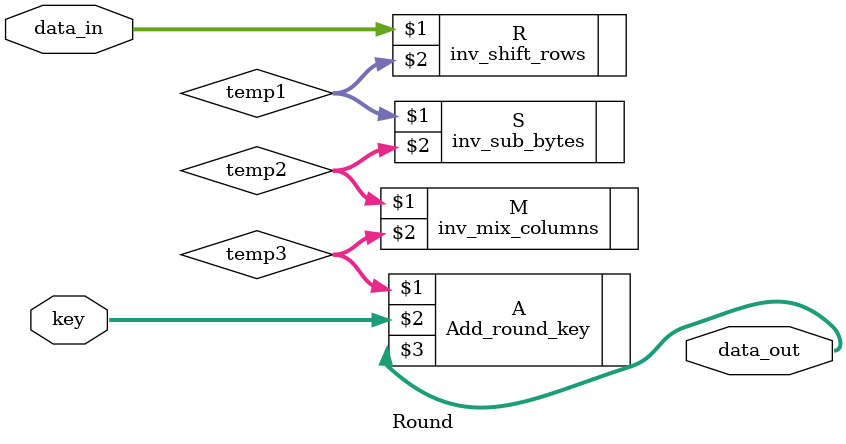
<source format=v>
module Round (data_in,key,data_out);
  input [0:127] data_in,key;
  
  output [0:127]data_out;
  wire [0:127] temp1,temp2,temp3;
  
 inv_shift_rows R (data_in,temp1);
    inv_sub_bytes S (temp1,temp2);

    inv_mix_columns M (temp2,temp3);
         Add_round_key A (temp3,key,data_out);
  
  
endmodule

</source>
